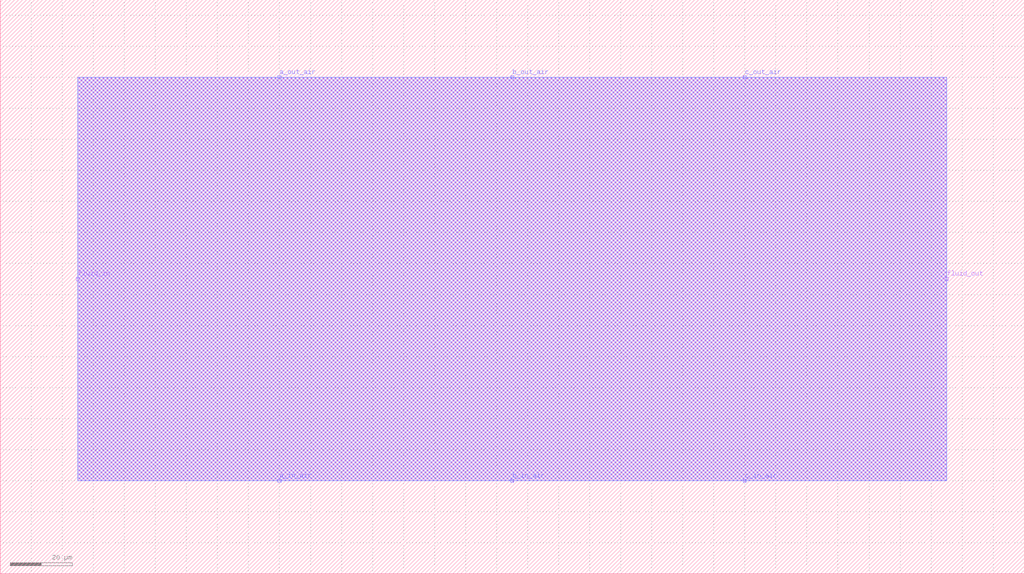
<source format=lef>
VERSION 5.7 ;
BUSBITCHARS "[]" ;
DIVIDERCHAR "/" ;

MACRO diffmix_25px_0
  CLASS CORE ;
  ORIGIN  0 0 ;
  FOREIGN diffmix_25px_0 0 0 ;
  SIZE 80 BY 80 ;
  SYMMETRY X Y ;
  SITE CoreSite ;
  PIN a_fluid
    DIRECTION INPUT ;
    USE SIGNAL ;
    PORT
      LAYER met1 ;
        RECT 24.5 29.5 25.5 30.5 ;
    END
  END a_fluid
  PIN b_fluid
    DIRECTION INPUT ;
    USE SIGNAL ;
    PORT
      LAYER met1 ;
        RECT 24.5 59.5 25.5 60.5 ;
    END
  END b_fluid
  PIN out_fluid
    DIRECTION OUTPUT ;
    USE SIGNAL ;
    PORT
      LAYER met1 ;
        RECT 64.5 59.5 65.5 60.5 ;
    END
  END out_fluid
  OBS
    LAYER met1 ;
      RECT 25 25 65 65 ;
  END
  PROPERTY CatenaDesignType "deviceLevel" ;
END diffmix_25px_0

MACRO junction_25px_0
  CLASS CORE ;
  ORIGIN  0 0 ;
  FOREIGN junction_25px_0 0 0 ;
  SIZE 65 BY 65 ;
  SYMMETRY X Y ;
  SITE CoreSite ;
  PIN a_fluid
    DIRECTION INPUT ;
    USE SIGNAL ;
    PORT
      LAYER met1 ;
        RECT 18.5 49.5 19.5 50.5 ;
    END
  END a_fluid
  PIN b_fluid
    DIRECTION INPUT ;
    USE SIGNAL ;
    PORT
      LAYER met1 ;
        RECT 54.5 49.5 55.5 50.5 ;
    END
  END b_fluid
  PIN out_fluid
    DIRECTION OUTPUT ;
    USE SIGNAL ;
    PORT
      LAYER met1 ;
        RECT 54.5 24.5 55.5 25.5 ;
    END
  END out_fluid
  OBS
    LAYER met1 ;
      RECT 19 20 55 55 ;
  END
  PROPERTY CatenaDesignType "deviceLevel" ;
END junction_25px_0

MACRO valve_40px_1
  CLASS CORE ;
  ORIGIN  0 0 ;
  FOREIGN valve_40px_1 0 0 ;
  SIZE 180 BY 180 ;
  SYMMETRY X Y ;
  SITE CoreSite ;
  PIN in_fluid
    DIRECTION INPUT ;
    USE SIGNAL ;
    PORT
      LAYER met1 ;
        RECT 20.5 89.5 21.5 90.5 ;
    END
  END in_fluid
  PIN out_fluid
    DIRECTION OUTPUT ;
    USE SIGNAL ;
    PORT
      LAYER met1 ;
        RECT 151.5 89.5 152.5 90.5 ;
    END
  END out_fluid
  PIN in_air
    DIRECTION INPUT ;
    USE SIGNAL ;
    PORT
      LAYER met2 ;
        RECT 89.5 24.5 90.5 25.5 ;
    END
  END in_air
  PIN out_air
    DIRECTION OUTPUT ;
    USE SIGNAL ;
    PORT
      LAYER met2 ;
        RECT 89.5 154.5 90.5 155.5 ;
    END
  END out_air
  OBS
    LAYER met1 ;
      RECT 21 25 152 155 ;
    LAYER met2 ;
      RECT 21 25 152 155 ;
    LAYER met3 ;
      RECT 21 25 152 155 ;
  END
  PROPERTY CatenaDesignType "deviceLevel" ;
END valve_40px_1

MACRO valve_80px_1
  CLASS CORE ;
  ORIGIN  0 0 ;
  FOREIGN valve_80px_1 0 0 ;
  SIZE 190 BY 190 ;
  SYMMETRY X Y ;
  SITE CoreSite ;
  PIN in_fluid
    DIRECTION INPUT ;
    USE SIGNAL ;
    PORT
      LAYER met1 ;
        RECT 29.5 91.5 30.5 92.5 ;
    END
  END in_fluid
  PIN out_fluid
    DIRECTION OUTPUT ;
    USE SIGNAL ;
    PORT
      LAYER met1 ;
        RECT 158.5 91.5 159.5 92.5 ;
    END
  END out_fluid
  PIN in_air
    DIRECTION INPUT ;
    USE SIGNAL ;
    PORT
      LAYER met2 ;
        RECT 93 24.5 94 25.5 ;
    END
  END in_air
  PIN out_air
    DIRECTION OUTPUT ;
    USE SIGNAL ;
    PORT
      LAYER met2 ;
        RECT 93 159.5 94 160.5 ;
    END
  END out_air
  OBS
    LAYER met1 ;
      RECT 30 25 159 160 ;
    LAYER met2 ;
      RECT 30 25 159 160 ;
    LAYER met3 ;
      RECT 30 25 159 160 ;
  END
  PROPERTY CatenaDesignType "deviceLevel" ;
END valve_80px_1

MACRO pump_20_40_20px_0
  CLASS CORE ;
  ORIGIN  0 0 ;
  FOREIGN pump_20_40_20px_0 0 0 ;
  SIZE 330 BY 185 ;
  SYMMETRY X Y ;
  SITE CoreSite ;
  PIN fluid_in
    DIRECTION INPUT ;
    USE SIGNAL ;
    PORT
      LAYER met1 ;
        RECT 24.5 94.5 25.5 95.5 ;
    END
  END fluid_in
  PIN fluid_out
    DIRECTION OUTPUT ;
    USE SIGNAL ;
    PORT
      LAYER met1 ;
        RECT 304.5 94.5 305.5 95.5 ;
    END
  END fluid_out
  PIN a_out_air
    DIRECTION OUTPUT ;
    USE SIGNAL ;
    PORT
      LAYER met2 ;
        RECT 89.5 159.5 90.5 160.5 ;
    END
  END a_out_air
  PIN b_out_air
    DIRECTION OUTPUT ;
    USE SIGNAL ;
    PORT
      LAYER met2 ;
        RECT 164.5 159.5 165.5 160.5 ;
    END
  END b_out_air
  PIN c_out_air
    DIRECTION OUTPUT ;
    USE SIGNAL ;
    PORT
      LAYER met2 ;
        RECT 239.5 159.5 240.5 160.5 ;
    END
  END c_out_air
  PIN a_in_air
    DIRECTION INPUT ;
    USE SIGNAL ;
    PORT
      LAYER met2 ;
        RECT 89.5 29.5 90.5 30.5 ;
    END
  END a_in_air
  PIN b_in_air
    DIRECTION INPUT ;
    USE SIGNAL ;
    PORT
      LAYER met2 ;
        RECT 164.5 29.5 165.5 30.5 ;
    END
  END b_in_air
  PIN c_in_air
    DIRECTION INPUT ;
    USE SIGNAL ;
    PORT
      LAYER met2 ;
        RECT 239.5 29.5 240.5 30.5 ;
    END
  END c_in_air
  OBS
    LAYER met1 ;
      RECT 25 30 305 160 ;
    LAYER met2 ;
      RECT 25 30 305 160 ;
    LAYER met3 ;
      RECT 25 30 305 160 ;
  END
  PROPERTY CatenaDesignType "deviceLevel" ;
END pump_20_40_20px_0

MACRO pump_40px_0
  CLASS CORE ;
  ORIGIN  0 0 ;
  FOREIGN pump_40px_0 0 0 ;
  SIZE 300 BY 115 ;
  SYMMETRY X Y ;
  SITE CoreSite ;
  PIN in_fluid
    DIRECTION INPUT ;
    USE SIGNAL ;
    PORT
      LAYER met1 ;
        RECT 24.5 58.5 25.5 59.5 ;
    END
  END in_fluid
  PIN out_fluid
    DIRECTION OUTPUT ;
    USE SIGNAL ;
    PORT
      LAYER met1 ;
        RECT 274.5 58.5 275.5 59.5 ;
    END
  END out_fluid
  PIN a_in_air
    DIRECTION INPUT ;
    USE SIGNAL ;
    PORT
      LAYER met3 ;
        RECT 89.5 21.5 90.5 22.5 ;
    END
  END a_in_air
  PIN a_out_air
    DIRECTION OUTPUT ;
    USE SIGNAL ;
    PORT
      LAYER met3 ;
        RECT 89.5 95.5 90.5 96.5 ;
    END
  END a_out_air
  PIN b_in_air
    DIRECTION INPUT ;
    USE SIGNAL ;
    PORT
      LAYER met3 ;
        RECT 149.5 21.5 150.5 22.5 ;
    END
  END b_in_air
  PIN b_out_air
    DIRECTION OUTPUT ;
    USE SIGNAL ;
    PORT
      LAYER met3 ;
        RECT 149.5 95.5 150.5 96.5 ;
    END
  END b_out_air
  PIN c_in_air
    DIRECTION INPUT ;
    USE SIGNAL ;
    PORT
      LAYER met3 ;
        RECT 209.5 21.5 210.5 22.5 ;
    END
  END c_in_air
  PIN c_out_air
    DIRECTION OUTPUT ;
    USE SIGNAL ;
    PORT
      LAYER met3 ;
        RECT 209.5 95.5 210.5 96.5 ;
    END
  END c_out_air
  OBS
    LAYER met1 ;
      RECT 25 22 275 96 ;
    LAYER met2 ;
      RECT 25 22 275 96 ;
    LAYER met3 ;
      RECT 25 22 275 96 ;
  END
  PROPERTY CatenaDesignType "deviceLevel" ;
END pump_40px_0
END LIBRARY

</source>
